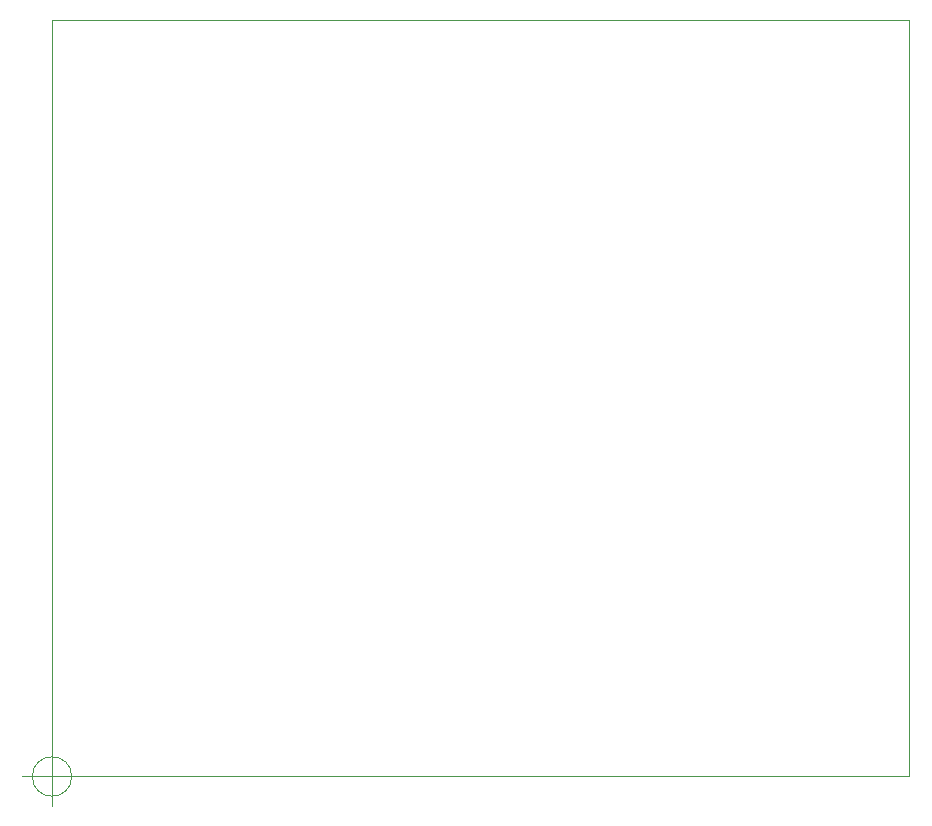
<source format=gm1>
G04 #@! TF.GenerationSoftware,KiCad,Pcbnew,(5.1.8)-1*
G04 #@! TF.CreationDate,2020-12-27T21:30:32-08:00*
G04 #@! TF.ProjectId,MCL65+,4d434c36-352b-42e6-9b69-6361645f7063,rev?*
G04 #@! TF.SameCoordinates,Original*
G04 #@! TF.FileFunction,Profile,NP*
%FSLAX46Y46*%
G04 Gerber Fmt 4.6, Leading zero omitted, Abs format (unit mm)*
G04 Created by KiCad (PCBNEW (5.1.8)-1) date 2020-12-27 21:30:32*
%MOMM*%
%LPD*%
G01*
G04 APERTURE LIST*
G04 #@! TA.AperFunction,Profile*
%ADD10C,0.050000*%
G04 #@! TD*
G04 #@! TA.AperFunction,Profile*
%ADD11C,0.100000*%
G04 #@! TD*
G04 APERTURE END LIST*
D10*
X65192066Y-145491200D02*
G75*
G03*
X65192066Y-145491200I-1666666J0D01*
G01*
X61025400Y-145491200D02*
X66025400Y-145491200D01*
X63525400Y-142991200D02*
X63525400Y-147991200D01*
D11*
X136093200Y-81407000D02*
X136093200Y-145491200D01*
X63525400Y-81407000D02*
X136093200Y-81407000D01*
X63525400Y-145491200D02*
X63525400Y-81407000D01*
X136093200Y-145491200D02*
X63525400Y-145491200D01*
M02*

</source>
